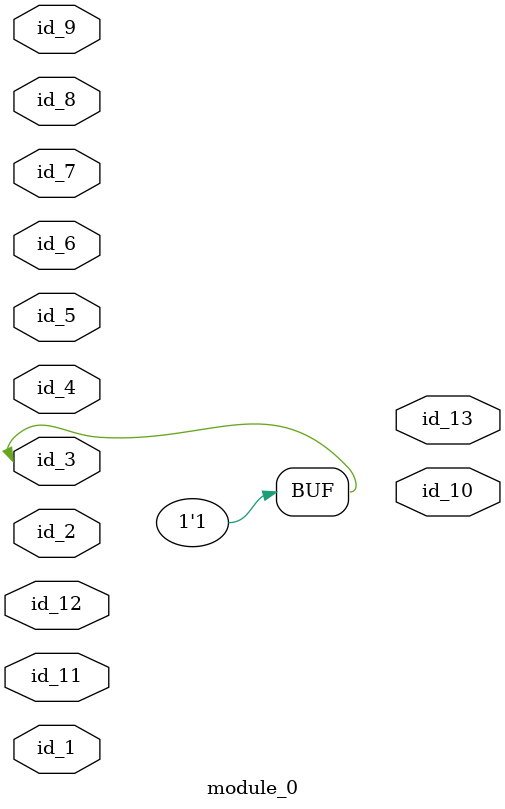
<source format=v>
`timescale 1 ps / 1ps
module module_0 (
    id_1,
    id_2,
    id_3,
    id_4,
    id_5,
    id_6,
    id_7,
    id_8,
    id_9,
    id_10,
    id_11,
    id_12,
    id_13
);
  output id_13;
  inout id_12;
  input id_11;
  output id_10;
  input id_9;
  inout id_8;
  input id_7;
  inout id_6;
  inout id_5;
  input id_4;
  inout id_3;
  input id_2;
  input id_1;
  assign id_3 = 1;
endmodule

</source>
